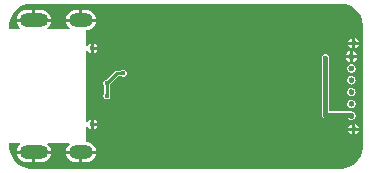
<source format=gbr>
G04*
G04 #@! TF.GenerationSoftware,Altium Limited,Altium Designer,24.8.2 (39)*
G04*
G04 Layer_Physical_Order=2*
G04 Layer_Color=16711680*
%FSLAX25Y25*%
%MOIN*%
G70*
G04*
G04 #@! TF.SameCoordinates,C8608415-0D93-4E33-BC52-9C0F9C252278*
G04*
G04*
G04 #@! TF.FilePolarity,Positive*
G04*
G01*
G75*
%ADD10C,0.01000*%
%ADD22C,0.01575*%
%ADD23O,0.09449X0.04724*%
%ADD24O,0.07874X0.04724*%
%ADD25C,0.01575*%
G36*
X112533Y54816D02*
X113966Y54222D01*
X115256Y53360D01*
X116352Y52263D01*
X117214Y50974D01*
X117808Y49541D01*
X118110Y48020D01*
Y47244D01*
Y7874D01*
Y7098D01*
X117808Y5577D01*
X117214Y4144D01*
X116352Y2855D01*
X115256Y1758D01*
X113966Y896D01*
X112533Y303D01*
X111012Y0D01*
X110236D01*
X7874Y0D01*
X7098D01*
X5577Y303D01*
X4144Y896D01*
X2855Y1758D01*
X1758Y2855D01*
X896Y4144D01*
X303Y5577D01*
X0Y7098D01*
Y8633D01*
X3546D01*
X3716Y8133D01*
X3527Y7988D01*
X2988Y7286D01*
X2650Y6468D01*
X2600Y6091D01*
X8287D01*
X13975D01*
X13925Y6468D01*
X13587Y7286D01*
X13048Y7988D01*
X12859Y8133D01*
X13029Y8633D01*
X20081D01*
X20251Y8133D01*
X20063Y7988D01*
X19524Y7286D01*
X19185Y6468D01*
X19135Y6091D01*
X24035D01*
X28936D01*
X28886Y6468D01*
X28547Y7286D01*
X28008Y7988D01*
X27306Y8527D01*
X26488Y8866D01*
X25694Y8971D01*
X25643Y9059D01*
Y14046D01*
X26143Y14145D01*
X26241Y13909D01*
X26743Y13406D01*
X27256Y13194D01*
Y14922D01*
Y16649D01*
X26743Y16437D01*
X26241Y15934D01*
X26143Y15698D01*
X25643Y15797D01*
Y39321D01*
X26143Y39421D01*
X26241Y39184D01*
X26743Y38681D01*
X27256Y38469D01*
Y40197D01*
Y41924D01*
X26743Y41712D01*
X26241Y41209D01*
X26143Y40973D01*
X25643Y41072D01*
Y46059D01*
X25694Y46147D01*
X26488Y46252D01*
X27306Y46591D01*
X28008Y47130D01*
X28547Y47832D01*
X28886Y48650D01*
X28936Y49028D01*
X24035D01*
X19135D01*
X19185Y48650D01*
X19524Y47832D01*
X20063Y47130D01*
X20251Y46985D01*
X20081Y46485D01*
X13029D01*
X12859Y46985D01*
X13048Y47130D01*
X13587Y47832D01*
X13925Y48650D01*
X13975Y49028D01*
X8287D01*
X2600D01*
X2650Y48650D01*
X2988Y47832D01*
X3527Y47130D01*
X3716Y46985D01*
X3546Y46485D01*
X0D01*
Y48020D01*
X303Y49541D01*
X896Y50974D01*
X1758Y52263D01*
X2855Y53360D01*
X4144Y54222D01*
X5577Y54816D01*
X7098Y55118D01*
X111012D01*
X112533Y54816D01*
D02*
G37*
%LPC*%
G36*
X25610Y52919D02*
X24535D01*
Y50028D01*
X28936D01*
X28886Y50405D01*
X28547Y51223D01*
X28008Y51925D01*
X27306Y52464D01*
X26488Y52803D01*
X25610Y52919D01*
D02*
G37*
G36*
X10650D02*
X8788D01*
Y50028D01*
X13975D01*
X13925Y50405D01*
X13587Y51223D01*
X13048Y51925D01*
X12345Y52464D01*
X11527Y52803D01*
X10650Y52919D01*
D02*
G37*
G36*
X23536D02*
X22461D01*
X21583Y52803D01*
X20765Y52464D01*
X20063Y51925D01*
X19524Y51223D01*
X19185Y50405D01*
X19135Y50028D01*
X23536D01*
Y52919D01*
D02*
G37*
G36*
X7788D02*
X5925D01*
X5048Y52803D01*
X4230Y52464D01*
X3527Y51925D01*
X2988Y51223D01*
X2650Y50405D01*
X2600Y50028D01*
X7788D01*
Y52919D01*
D02*
G37*
G36*
X115411Y43624D02*
Y42396D01*
X116639D01*
X116427Y42909D01*
X115924Y43412D01*
X115411Y43624D01*
D02*
G37*
G36*
X114411D02*
X113899Y43412D01*
X113396Y42909D01*
X113184Y42396D01*
X114411D01*
Y43624D01*
D02*
G37*
G36*
X28256Y41924D02*
Y40697D01*
X29484D01*
X29271Y41209D01*
X28768Y41712D01*
X28256Y41924D01*
D02*
G37*
G36*
X116639Y41396D02*
X115411D01*
Y40169D01*
X115924Y40381D01*
X116427Y40884D01*
X116639Y41396D01*
D02*
G37*
G36*
X114411D02*
X113184D01*
X113396Y40884D01*
X113899Y40381D01*
X114411Y40169D01*
Y41396D01*
D02*
G37*
G36*
X29484Y39697D02*
X28256D01*
Y38469D01*
X28768Y38681D01*
X29271Y39184D01*
X29484Y39697D01*
D02*
G37*
G36*
X114673Y39342D02*
Y37902D01*
X116114D01*
X116081Y37980D01*
X116062Y38079D01*
X115987Y38258D01*
X115932Y38342D01*
X115893Y38434D01*
X115786Y38595D01*
X115715Y38666D01*
X115659Y38750D01*
X115522Y38887D01*
X115438Y38943D01*
X115367Y39014D01*
X115206Y39122D01*
X115113Y39160D01*
X115030Y39216D01*
X114850Y39290D01*
X114752Y39310D01*
X114673Y39342D01*
D02*
G37*
G36*
X113673Y39342D02*
X113594Y39310D01*
X113496Y39290D01*
X113317Y39216D01*
X113233Y39160D01*
X113141Y39122D01*
X112979Y39014D01*
X112908Y38943D01*
X112825Y38887D01*
X112688Y38750D01*
X112632Y38666D01*
X112561Y38596D01*
X112453Y38434D01*
X112415Y38341D01*
X112359Y38258D01*
X112285Y38079D01*
X112265Y37980D01*
X112233Y37902D01*
X113673D01*
Y39342D01*
D02*
G37*
G36*
Y36902D02*
X112233D01*
X112265Y36823D01*
X112285Y36724D01*
X112359Y36545D01*
X112415Y36462D01*
X112453Y36369D01*
X112561Y36208D01*
X112632Y36137D01*
X112688Y36053D01*
X112825Y35916D01*
X112908Y35860D01*
X112979Y35789D01*
X113141Y35682D01*
X113233Y35643D01*
X113317Y35587D01*
X113496Y35513D01*
X113594Y35494D01*
X113673Y35461D01*
Y36902D01*
D02*
G37*
G36*
X116114D02*
X114673D01*
Y35461D01*
X114752Y35494D01*
X114850Y35513D01*
X115030Y35587D01*
X115113Y35643D01*
X115206Y35682D01*
X115367Y35789D01*
X115438Y35860D01*
X115522Y35916D01*
X115659Y36053D01*
X115715Y36137D01*
X115786Y36208D01*
X115893Y36369D01*
X115932Y36462D01*
X115987Y36545D01*
X116062Y36724D01*
X116081Y36823D01*
X116114Y36902D01*
D02*
G37*
G36*
X114173Y34875D02*
X114173Y34875D01*
X114173Y34875D01*
X114076D01*
X114036Y34858D01*
X113993Y34867D01*
X113803Y34829D01*
X113767Y34805D01*
X113723D01*
X113544Y34730D01*
X113513Y34700D01*
X113470Y34691D01*
X113309Y34583D01*
X113285Y34547D01*
X113244Y34530D01*
X113107Y34393D01*
X113091Y34353D01*
X113054Y34329D01*
X112947Y34168D01*
X112938Y34125D01*
X112907Y34094D01*
X112833Y33915D01*
Y33871D01*
X112809Y33835D01*
X112771Y33645D01*
X112779Y33602D01*
X112763Y33562D01*
X112763Y33465D01*
X112763Y33465D01*
X112763Y33465D01*
Y33368D01*
X112779Y33327D01*
X112771Y33285D01*
X112809Y33094D01*
X112833Y33058D01*
Y33014D01*
X112907Y32835D01*
X112938Y32804D01*
X112947Y32762D01*
X113054Y32600D01*
X113091Y32576D01*
X113107Y32536D01*
X113244Y32399D01*
X113285Y32382D01*
X113309Y32346D01*
X113470Y32238D01*
X113513Y32230D01*
X113544Y32199D01*
X113723Y32124D01*
X113767D01*
X113803Y32100D01*
X113993Y32062D01*
X114036Y32071D01*
X114076Y32054D01*
X114270D01*
X114311Y32071D01*
X114353Y32062D01*
X114543Y32100D01*
X114580Y32124D01*
X114623D01*
X114803Y32199D01*
X114833Y32230D01*
X114876Y32238D01*
X115037Y32346D01*
X115062Y32382D01*
X115102Y32399D01*
X115239Y32536D01*
X115256Y32576D01*
X115292Y32600D01*
X115400Y32762D01*
X115408Y32804D01*
X115439Y32835D01*
X115513Y33014D01*
Y33058D01*
X115538Y33094D01*
X115575Y33285D01*
X115567Y33327D01*
X115584Y33368D01*
Y33562D01*
X115567Y33602D01*
X115575Y33645D01*
X115538Y33835D01*
X115513Y33871D01*
Y33915D01*
X115439Y34094D01*
X115408Y34125D01*
X115400Y34168D01*
X115292Y34329D01*
X115256Y34353D01*
X115239Y34393D01*
X115102Y34530D01*
X115062Y34547D01*
X115037Y34583D01*
X114876Y34691D01*
X114833Y34700D01*
X114803Y34730D01*
X114623Y34805D01*
X114580D01*
X114543Y34829D01*
X114353Y34867D01*
X114311Y34858D01*
X114270Y34875D01*
X114173Y34875D01*
D02*
G37*
G36*
Y30938D02*
X114173Y30938D01*
X114173Y30938D01*
X114076D01*
X114036Y30921D01*
X113993Y30930D01*
X113803Y30892D01*
X113767Y30868D01*
X113723D01*
X113544Y30793D01*
X113513Y30763D01*
X113470Y30754D01*
X113309Y30646D01*
X113285Y30610D01*
X113244Y30593D01*
X113107Y30456D01*
X113091Y30416D01*
X113054Y30392D01*
X112947Y30231D01*
X112938Y30188D01*
X112907Y30157D01*
X112833Y29978D01*
Y29934D01*
X112809Y29898D01*
X112771Y29708D01*
X112779Y29665D01*
X112763Y29625D01*
X112763Y29528D01*
X112763Y29528D01*
X112763Y29528D01*
Y29431D01*
X112779Y29390D01*
X112771Y29348D01*
X112809Y29157D01*
X112833Y29121D01*
Y29077D01*
X112907Y28898D01*
X112938Y28867D01*
X112947Y28825D01*
X113054Y28663D01*
X113091Y28639D01*
X113107Y28599D01*
X113244Y28462D01*
X113285Y28445D01*
X113309Y28409D01*
X113470Y28301D01*
X113513Y28293D01*
X113544Y28262D01*
X113723Y28187D01*
X113767D01*
X113803Y28163D01*
X113993Y28125D01*
X114036Y28134D01*
X114076Y28117D01*
X114270D01*
X114311Y28134D01*
X114353Y28125D01*
X114543Y28163D01*
X114580Y28187D01*
X114623D01*
X114803Y28262D01*
X114833Y28293D01*
X114876Y28301D01*
X115037Y28409D01*
X115062Y28445D01*
X115102Y28462D01*
X115239Y28599D01*
X115256Y28639D01*
X115292Y28663D01*
X115400Y28825D01*
X115408Y28867D01*
X115439Y28898D01*
X115513Y29077D01*
Y29121D01*
X115538Y29157D01*
X115575Y29348D01*
X115567Y29390D01*
X115584Y29431D01*
Y29625D01*
X115567Y29665D01*
X115575Y29708D01*
X115538Y29898D01*
X115513Y29934D01*
Y29978D01*
X115439Y30157D01*
X115408Y30188D01*
X115400Y30231D01*
X115292Y30392D01*
X115256Y30416D01*
X115239Y30456D01*
X115102Y30593D01*
X115062Y30610D01*
X115037Y30646D01*
X114876Y30754D01*
X114833Y30763D01*
X114803Y30793D01*
X114623Y30868D01*
X114580D01*
X114543Y30892D01*
X114353Y30930D01*
X114311Y30921D01*
X114270Y30938D01*
X114173Y30938D01*
D02*
G37*
G36*
X38424Y33071D02*
X37954D01*
X37520Y32891D01*
X37358Y32729D01*
X36054D01*
X35705Y32659D01*
X35409Y32462D01*
X32672Y29724D01*
X32442D01*
X32008Y29545D01*
X31676Y29212D01*
X31496Y28778D01*
Y28308D01*
X31676Y27874D01*
X31766Y27784D01*
Y25169D01*
X31676Y25078D01*
X31496Y24644D01*
Y24174D01*
X31676Y23740D01*
X32008Y23408D01*
X32442Y23228D01*
X32912D01*
X33346Y23408D01*
X33678Y23740D01*
X33858Y24174D01*
Y24644D01*
X33678Y25078D01*
X33588Y25169D01*
Y27784D01*
X33678Y27874D01*
X33858Y28308D01*
Y28334D01*
X36431Y30906D01*
X37502D01*
X37520Y30889D01*
X37954Y30709D01*
X38424D01*
X38858Y30889D01*
X39190Y31221D01*
X39370Y31655D01*
Y32125D01*
X39190Y32559D01*
X38858Y32891D01*
X38424Y33071D01*
D02*
G37*
G36*
X114173Y27001D02*
X114173Y27001D01*
X114173Y27001D01*
X114076D01*
X114036Y26984D01*
X113993Y26993D01*
X113803Y26955D01*
X113767Y26931D01*
X113723D01*
X113544Y26856D01*
X113513Y26826D01*
X113470Y26817D01*
X113309Y26709D01*
X113285Y26673D01*
X113244Y26656D01*
X113107Y26519D01*
X113091Y26479D01*
X113054Y26455D01*
X112947Y26294D01*
X112938Y26251D01*
X112907Y26220D01*
X112833Y26041D01*
Y25997D01*
X112809Y25961D01*
X112771Y25771D01*
X112779Y25728D01*
X112763Y25688D01*
X112763Y25591D01*
X112763Y25591D01*
X112763Y25591D01*
Y25494D01*
X112779Y25453D01*
X112771Y25411D01*
X112809Y25220D01*
X112833Y25184D01*
Y25140D01*
X112907Y24961D01*
X112938Y24930D01*
X112947Y24888D01*
X113054Y24726D01*
X113091Y24702D01*
X113107Y24662D01*
X113244Y24525D01*
X113285Y24508D01*
X113309Y24472D01*
X113470Y24364D01*
X113513Y24355D01*
X113544Y24325D01*
X113723Y24250D01*
X113767D01*
X113803Y24226D01*
X113993Y24188D01*
X114036Y24197D01*
X114076Y24180D01*
X114270D01*
X114311Y24197D01*
X114353Y24188D01*
X114543Y24226D01*
X114580Y24250D01*
X114623D01*
X114803Y24325D01*
X114833Y24355D01*
X114876Y24364D01*
X115037Y24472D01*
X115062Y24508D01*
X115102Y24525D01*
X115239Y24662D01*
X115256Y24702D01*
X115292Y24726D01*
X115400Y24888D01*
X115408Y24930D01*
X115439Y24961D01*
X115513Y25140D01*
Y25184D01*
X115538Y25220D01*
X115575Y25411D01*
X115567Y25453D01*
X115584Y25494D01*
Y25688D01*
X115567Y25728D01*
X115575Y25771D01*
X115538Y25961D01*
X115513Y25997D01*
Y26041D01*
X115439Y26220D01*
X115408Y26251D01*
X115400Y26294D01*
X115292Y26455D01*
X115256Y26479D01*
X115239Y26519D01*
X115102Y26656D01*
X115062Y26673D01*
X115037Y26709D01*
X114876Y26817D01*
X114833Y26826D01*
X114803Y26856D01*
X114623Y26931D01*
X114580D01*
X114543Y26955D01*
X114353Y26993D01*
X114311Y26984D01*
X114270Y27001D01*
X114173Y27001D01*
D02*
G37*
G36*
Y23064D02*
X114173Y23064D01*
X114173Y23064D01*
X114076D01*
X114036Y23047D01*
X113993Y23056D01*
X113803Y23018D01*
X113767Y22994D01*
X113723D01*
X113544Y22919D01*
X113513Y22889D01*
X113470Y22880D01*
X113309Y22772D01*
X113285Y22736D01*
X113244Y22719D01*
X113107Y22582D01*
X113091Y22542D01*
X113054Y22518D01*
X112947Y22356D01*
X112938Y22314D01*
X112907Y22283D01*
X112833Y22104D01*
Y22060D01*
X112809Y22024D01*
X112771Y21834D01*
X112779Y21791D01*
X112763Y21750D01*
X112763Y21654D01*
X112763Y21654D01*
X112763Y21654D01*
Y21557D01*
X112779Y21516D01*
X112771Y21473D01*
X112809Y21283D01*
X112833Y21247D01*
Y21203D01*
X112907Y21024D01*
X112938Y20993D01*
X112947Y20951D01*
X113054Y20789D01*
X113091Y20765D01*
X113107Y20725D01*
X113244Y20588D01*
X113285Y20571D01*
X113309Y20535D01*
X113470Y20427D01*
X113513Y20418D01*
X113544Y20388D01*
X113723Y20313D01*
X113767D01*
X113803Y20289D01*
X113993Y20251D01*
X114036Y20260D01*
X114076Y20243D01*
X114270D01*
X114311Y20260D01*
X114353Y20251D01*
X114543Y20289D01*
X114580Y20313D01*
X114623D01*
X114803Y20388D01*
X114833Y20418D01*
X114876Y20427D01*
X115037Y20535D01*
X115062Y20571D01*
X115102Y20588D01*
X115239Y20725D01*
X115256Y20765D01*
X115292Y20789D01*
X115400Y20951D01*
X115408Y20993D01*
X115439Y21024D01*
X115513Y21203D01*
Y21247D01*
X115538Y21283D01*
X115575Y21473D01*
X115567Y21516D01*
X115584Y21557D01*
Y21750D01*
X115567Y21791D01*
X115575Y21834D01*
X115538Y22024D01*
X115513Y22060D01*
Y22104D01*
X115439Y22283D01*
X115408Y22314D01*
X115400Y22356D01*
X115292Y22518D01*
X115256Y22542D01*
X115239Y22582D01*
X115102Y22719D01*
X115062Y22736D01*
X115037Y22772D01*
X114876Y22880D01*
X114833Y22889D01*
X114803Y22919D01*
X114623Y22994D01*
X114580D01*
X114543Y23018D01*
X114353Y23056D01*
X114311Y23047D01*
X114270Y23064D01*
X114173Y23064D01*
D02*
G37*
G36*
X105512Y38252D02*
X105395Y38229D01*
X105277D01*
X105167Y38183D01*
X105051Y38160D01*
X104952Y38094D01*
X104843Y38049D01*
X104759Y37965D01*
X104660Y37899D01*
X104594Y37800D01*
X104510Y37717D01*
X104465Y37607D01*
X104399Y37508D01*
X104376Y37392D01*
X104331Y37282D01*
Y37164D01*
X104308Y37048D01*
Y18071D01*
X104331Y17954D01*
Y17836D01*
X104376Y17726D01*
X104399Y17610D01*
X104465Y17511D01*
X104510Y17402D01*
X104594Y17318D01*
X104660Y17219D01*
X104759Y17153D01*
X104843Y17069D01*
X104952Y17024D01*
X105051Y16958D01*
X105167Y16935D01*
X105277Y16890D01*
X105395D01*
X105512Y16866D01*
X113045D01*
X113054Y16852D01*
X113091Y16828D01*
X113107Y16788D01*
X113244Y16651D01*
X113285Y16634D01*
X113309Y16598D01*
X113470Y16490D01*
X113513Y16481D01*
X113544Y16451D01*
X113723Y16376D01*
X113767D01*
X113803Y16352D01*
X113993Y16314D01*
X114036Y16323D01*
X114076Y16306D01*
X114270D01*
X114311Y16323D01*
X114353Y16314D01*
X114543Y16352D01*
X114580Y16376D01*
X114623D01*
X114803Y16451D01*
X114833Y16481D01*
X114876Y16490D01*
X115037Y16598D01*
X115062Y16634D01*
X115102Y16651D01*
X115239Y16788D01*
X115256Y16828D01*
X115292Y16852D01*
X115400Y17014D01*
X115408Y17056D01*
X115439Y17087D01*
X115513Y17266D01*
Y17310D01*
X115538Y17346D01*
X115575Y17536D01*
X115567Y17579D01*
X115584Y17620D01*
Y17813D01*
X115567Y17854D01*
X115575Y17897D01*
X115538Y18087D01*
X115513Y18123D01*
Y18167D01*
X115439Y18346D01*
X115408Y18377D01*
X115400Y18419D01*
X115292Y18581D01*
X115256Y18605D01*
X115239Y18645D01*
X115102Y18782D01*
X115062Y18799D01*
X115037Y18835D01*
X114876Y18943D01*
X114833Y18952D01*
X114803Y18982D01*
X114623Y19057D01*
X114580D01*
X114543Y19081D01*
X114386Y19112D01*
X114280Y19183D01*
X113819Y19275D01*
X113819Y19275D01*
X106716D01*
Y37048D01*
X106693Y37164D01*
Y37282D01*
X106648Y37392D01*
X106624Y37508D01*
X106559Y37607D01*
X106513Y37717D01*
X106429Y37800D01*
X106363Y37899D01*
X106265Y37965D01*
X106181Y38049D01*
X106071Y38094D01*
X105973Y38160D01*
X105856Y38183D01*
X105747Y38229D01*
X105628D01*
X105512Y38252D01*
D02*
G37*
G36*
X28256Y16649D02*
Y15422D01*
X29484D01*
X29271Y15934D01*
X28768Y16437D01*
X28256Y16649D01*
D02*
G37*
G36*
X115411Y14949D02*
Y13722D01*
X116639D01*
X116427Y14234D01*
X115924Y14737D01*
X115411Y14949D01*
D02*
G37*
G36*
X114411D02*
X113899Y14737D01*
X113396Y14234D01*
X113184Y13722D01*
X114411D01*
Y14949D01*
D02*
G37*
G36*
X29484Y14422D02*
X28256D01*
Y13194D01*
X28768Y13406D01*
X29271Y13909D01*
X29484Y14422D01*
D02*
G37*
G36*
X116639Y12722D02*
X115411D01*
Y11494D01*
X115924Y11706D01*
X116427Y12209D01*
X116639Y12722D01*
D02*
G37*
G36*
X114411D02*
X113184D01*
X113396Y12209D01*
X113899Y11706D01*
X114411Y11494D01*
Y12722D01*
D02*
G37*
G36*
X28936Y5091D02*
X24535D01*
Y2199D01*
X25610D01*
X26488Y2315D01*
X27306Y2654D01*
X28008Y3193D01*
X28547Y3895D01*
X28886Y4713D01*
X28936Y5091D01*
D02*
G37*
G36*
X23536D02*
X19135D01*
X19185Y4713D01*
X19524Y3895D01*
X20063Y3193D01*
X20765Y2654D01*
X21583Y2315D01*
X22461Y2199D01*
X23536D01*
Y5091D01*
D02*
G37*
G36*
X13975D02*
X8788D01*
Y2199D01*
X10650D01*
X11527Y2315D01*
X12345Y2654D01*
X13048Y3193D01*
X13587Y3895D01*
X13925Y4713D01*
X13975Y5091D01*
D02*
G37*
G36*
X7788D02*
X2600D01*
X2650Y4713D01*
X2988Y3895D01*
X3527Y3193D01*
X4230Y2654D01*
X5048Y2315D01*
X5925Y2199D01*
X7788D01*
Y5091D01*
D02*
G37*
%LPD*%
G36*
G01X115157Y17717D02*
G02X114173Y16732I-984J0D01*
G02X113189Y17717I0J984D01*
G02X114173Y18701I984J0D01*
G02X115157Y17717I0J-984D01*
D02*
G37*
G36*
G01Y37402D02*
G02X114173Y36417I-984J0D01*
G02X113189Y37402I0J984D01*
G02X114173Y38386I984J0D01*
G02X115157Y37402I0J-984D01*
D02*
G37*
G36*
G01Y25591D02*
G02X114173Y24606I-984J0D01*
G02X113189Y25591I0J984D01*
G02X114173Y26575I984J0D01*
G02X115157Y25591I0J-984D01*
D02*
G37*
G36*
G01Y33465D02*
G02X114173Y32480I-984J0D01*
G02X113189Y33465I0J984D01*
G02X114173Y34449I984J0D01*
G02X115157Y33465I0J-984D01*
D02*
G37*
G36*
G01Y21654D02*
G02X114173Y20669I-984J0D01*
G02X113189Y21654I0J984D01*
G02X114173Y22638I984J0D01*
G02X115157Y21654I0J-984D01*
D02*
G37*
G36*
G01Y29528D02*
G02X114173Y28543I-984J0D01*
G02X113189Y29528I0J984D01*
G02X114173Y30512I984J0D01*
G02X115157Y29528I0J-984D01*
D02*
G37*
D10*
X32677Y24409D02*
Y28543D01*
X38117Y31817D02*
X38189Y31890D01*
X32677Y28543D02*
X32779D01*
X36054Y31817D01*
X38117D01*
D22*
X105512Y18071D02*
X113819D01*
X114173Y17717D01*
X105512Y18071D02*
Y37048D01*
D23*
X8287Y49528D02*
D03*
Y5591D02*
D03*
D24*
X24035D02*
D03*
Y49528D02*
D03*
D25*
X114173Y37402D02*
D03*
X38189Y31890D02*
D03*
X32677Y28543D02*
D03*
Y24409D02*
D03*
X114173Y21654D02*
D03*
Y25591D02*
D03*
Y29528D02*
D03*
Y33465D02*
D03*
X114911Y13222D02*
D03*
Y41896D02*
D03*
X105512Y37048D02*
D03*
Y18071D02*
D03*
X27756Y14922D02*
D03*
Y40197D02*
D03*
M02*

</source>
